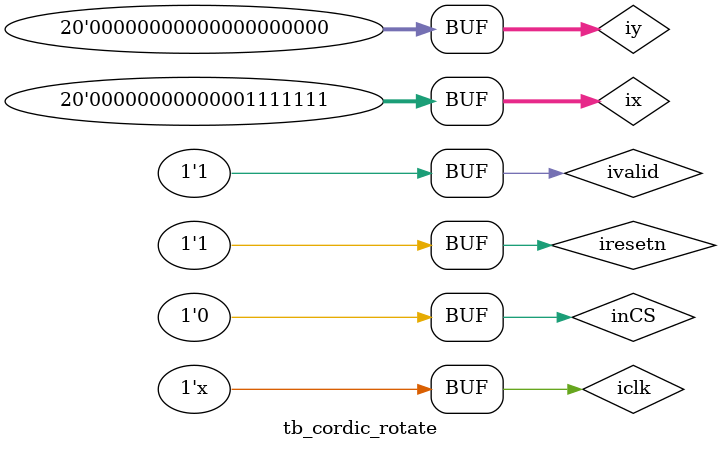
<source format=v>
module tb_cordic_rotate ();
                          
reg                 iclk;
reg                 iresetn;
reg                 inCS;
reg                 ivalid;
reg signed [19 : 0] ix;
reg signed [19 : 0] iy;
reg signed [22 : 0] iz;

wire ovalid;
wire signed [19 : 0] ox;
wire signed [19 : 0] oy;

cordic_rotate_pipelined dut (iclk, iresetn, inCS, ivalid, ix, iy, iz, ovalid, ox, oy);

initial iclk = 1'b0;
always #1 iclk = ~iclk;

initial 
    begin
        iresetn = 1'b1;
        #1; iresetn = 1'b0;
        #1; iresetn = 1'b1;
    end
    
initial 
    begin
        inCS = 1'b1;
        ivalid = 1'b0;
        #2; 
        inCS = 1'b0;
        ivalid = 1'b1;
    end

initial ix = 127;
initial iy = 0;
always @(negedge iclk or negedge iresetn)
    if (~iresetn)
        iz = 0;
    else iz = iz + 5'b11111;

endmodule

</source>
